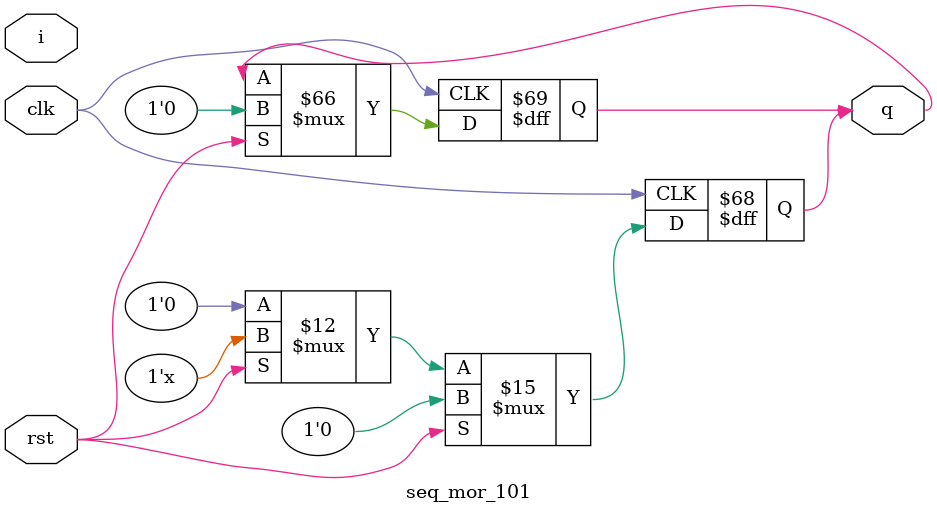
<source format=v>
module seq_mor_101(input i, clk, rst, output reg q);
  // state decleration.
  localparam idle = 2'b00;
  localparam s1 = 2'b01;
  localparam s10 = 2'b10;
  localparam s101= 2'b11;
  
  reg [1:0]st;  // state veriable
  
  always @(posedge clk)
  if(rst) begin
  q=0;
  st=idle; end
  else
    case(st)
      idle:if(i==1) st=s1;
            else st=idle;
      s1:  if(i==1)st=s1;
            else st=s10; 
      s10: if(i==1) st=s101;
            else st=idle;
      s101:if(i==0) st= idle;
            else st= idle;
    endcase 
    
    always @(posedge clk)
    if(rst)
    q=0;
    else if(st==101)
    q=1;
    else
    q=0; 
     
endmodule







</source>
